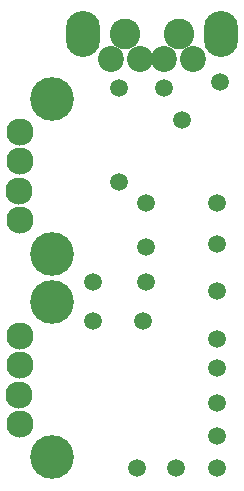
<source format=gbr>
G04 #@! TF.GenerationSoftware,KiCad,Pcbnew,(5.0.0)*
G04 #@! TF.CreationDate,2018-10-08T17:29:22-04:00*
G04 #@! TF.ProjectId,m3_usb_split,6D335F7573625F73706C69742E6B6963,0*
G04 #@! TF.SameCoordinates,Original*
G04 #@! TF.FileFunction,Soldermask,Top*
G04 #@! TF.FilePolarity,Negative*
%FSLAX46Y46*%
G04 Gerber Fmt 4.6, Leading zero omitted, Abs format (unit mm)*
G04 Created by KiCad (PCBNEW (5.0.0)) date 10/08/18 17:29:22*
%MOMM*%
%LPD*%
G01*
G04 APERTURE LIST*
%ADD10C,2.300000*%
%ADD11C,3.700000*%
%ADD12O,2.900000X3.900000*%
%ADD13C,2.600000*%
%ADD14C,2.200000*%
%ADD15C,1.500000*%
G04 APERTURE END LIST*
D10*
G04 #@! TO.C,J3*
X107790000Y-127750000D03*
X107800000Y-130250000D03*
X107775000Y-132750000D03*
X107790000Y-135250000D03*
D11*
X110500000Y-124930000D03*
X110500000Y-138070000D03*
G04 #@! TD*
D12*
G04 #@! TO.C,J1*
X124850000Y-102250000D03*
X113150000Y-102250000D03*
D13*
X121300000Y-102250000D03*
X116700000Y-102250000D03*
D14*
X122500000Y-104350000D03*
X120000000Y-104350000D03*
X118000000Y-104350000D03*
X115500000Y-104350000D03*
G04 #@! TD*
D11*
G04 #@! TO.C,J2*
X110500000Y-120820000D03*
X110500000Y-107680000D03*
D10*
X107790000Y-118000000D03*
X107775000Y-115500000D03*
X107800000Y-113000000D03*
X107790000Y-110500000D03*
G04 #@! TD*
D15*
X124750000Y-106250000D03*
X121500000Y-109500000D03*
X116250000Y-114750000D03*
X117750000Y-139000000D03*
X118250000Y-126500000D03*
X114000000Y-126500000D03*
X114000000Y-123250000D03*
X118500000Y-123250000D03*
X118500000Y-120250000D03*
X118500000Y-116500000D03*
X124500000Y-116500000D03*
X124500000Y-120000000D03*
X124500000Y-124000000D03*
X124500000Y-128000000D03*
X124500000Y-130500000D03*
X124500000Y-133500000D03*
X124500000Y-136250000D03*
X124500000Y-139000000D03*
X121000000Y-139000000D03*
X120000000Y-106750000D03*
X116250000Y-106750000D03*
M02*

</source>
